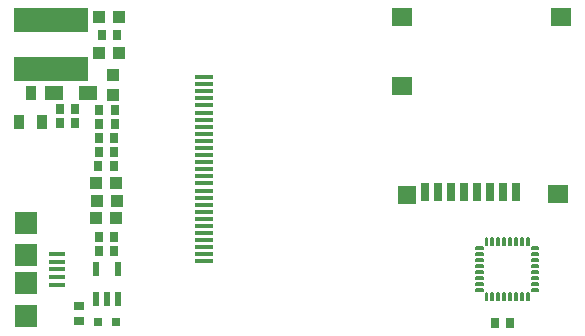
<source format=gtp>
G75*
G70*
%OFA0B0*%
%FSLAX24Y24*%
%IPPOS*%
%LPD*%
%AMOC8*
5,1,8,0,0,1.08239X$1,22.5*
%
%ADD10R,0.0315X0.0315*%
%ADD11R,0.0354X0.0276*%
%ADD12R,0.0551X0.0157*%
%ADD13R,0.0748X0.0748*%
%ADD14R,0.0591X0.0118*%
%ADD15R,0.0276X0.0354*%
%ADD16R,0.2480X0.0846*%
%ADD17R,0.0591X0.0472*%
%ADD18R,0.0354X0.0472*%
%ADD19R,0.0433X0.0394*%
%ADD20R,0.0394X0.0433*%
%ADD21R,0.0669X0.0591*%
%ADD22R,0.0315X0.0591*%
%ADD23R,0.0591X0.0591*%
%ADD24R,0.0217X0.0472*%
%ADD25C,0.0059*%
D10*
X003655Y001899D03*
X004245Y001899D03*
D11*
X002998Y001946D03*
X002998Y002457D03*
D12*
X002288Y003154D03*
X002288Y003409D03*
X002288Y003665D03*
X002288Y003921D03*
X002288Y004177D03*
D13*
X001245Y004138D03*
X001245Y003193D03*
X001245Y002110D03*
X001245Y005221D03*
D14*
X007182Y005109D03*
X007182Y005345D03*
X007182Y005582D03*
X007182Y005818D03*
X007182Y006054D03*
X007182Y006290D03*
X007182Y006526D03*
X007182Y006763D03*
X007182Y006999D03*
X007182Y007235D03*
X007182Y007471D03*
X007182Y007708D03*
X007182Y007944D03*
X007182Y008180D03*
X007182Y008416D03*
X007182Y008652D03*
X007182Y008889D03*
X007182Y009125D03*
X007182Y009361D03*
X007182Y009597D03*
X007182Y009834D03*
X007182Y010070D03*
X007182Y004873D03*
X007182Y004637D03*
X007182Y004401D03*
X007182Y004164D03*
X007182Y003928D03*
D15*
X004185Y004290D03*
X003673Y004290D03*
X003675Y004736D03*
X004187Y004736D03*
X004166Y007109D03*
X004177Y007568D03*
X003665Y007568D03*
X003654Y007109D03*
X003679Y008050D03*
X004191Y008050D03*
X004196Y008517D03*
X003684Y008517D03*
X003688Y008965D03*
X004200Y008965D03*
X002891Y009002D03*
X002380Y009002D03*
X002380Y008542D03*
X002891Y008542D03*
X003768Y011472D03*
X004280Y011472D03*
X016880Y001885D03*
X017392Y001885D03*
D16*
X002082Y010339D03*
X002082Y011973D03*
D17*
X002175Y009539D03*
X003316Y009539D03*
D18*
X001769Y008583D03*
X001021Y008583D03*
X001395Y009528D03*
D19*
X003661Y010872D03*
X004331Y010872D03*
X004345Y012058D03*
X003675Y012058D03*
X003575Y006535D03*
X004245Y006535D03*
X004264Y005956D03*
X003595Y005956D03*
X003591Y005367D03*
X004260Y005367D03*
D20*
X004149Y009459D03*
X004149Y010128D03*
D21*
X013770Y009764D03*
X013770Y012067D03*
X019085Y012067D03*
X018967Y006185D03*
D22*
X017569Y006256D03*
X017136Y006256D03*
X016703Y006256D03*
X016270Y006256D03*
X015837Y006256D03*
X015404Y006256D03*
X014971Y006256D03*
X014538Y006256D03*
D23*
X013929Y006143D03*
D24*
X004323Y003686D03*
X003575Y003686D03*
X003575Y002663D03*
X003949Y002663D03*
X004323Y002663D03*
D25*
X016248Y003015D02*
X016466Y003015D01*
X016466Y002955D01*
X016248Y002955D01*
X016248Y003015D01*
X016248Y003013D02*
X016466Y003013D01*
X016466Y003212D02*
X016248Y003212D01*
X016466Y003212D02*
X016466Y003152D01*
X016248Y003152D01*
X016248Y003212D01*
X016248Y003210D02*
X016466Y003210D01*
X016466Y003409D02*
X016248Y003409D01*
X016466Y003409D02*
X016466Y003349D01*
X016248Y003349D01*
X016248Y003409D01*
X016248Y003407D02*
X016466Y003407D01*
X016466Y003606D02*
X016248Y003606D01*
X016466Y003606D02*
X016466Y003546D01*
X016248Y003546D01*
X016248Y003606D01*
X016248Y003604D02*
X016466Y003604D01*
X016466Y003802D02*
X016248Y003802D01*
X016466Y003802D02*
X016466Y003742D01*
X016248Y003742D01*
X016248Y003802D01*
X016248Y003800D02*
X016466Y003800D01*
X016466Y003999D02*
X016248Y003999D01*
X016466Y003999D02*
X016466Y003939D01*
X016248Y003939D01*
X016248Y003999D01*
X016248Y003997D02*
X016466Y003997D01*
X016466Y004196D02*
X016248Y004196D01*
X016466Y004196D02*
X016466Y004136D01*
X016248Y004136D01*
X016248Y004196D01*
X016248Y004194D02*
X016466Y004194D01*
X016466Y004393D02*
X016248Y004393D01*
X016466Y004393D02*
X016466Y004333D01*
X016248Y004333D01*
X016248Y004393D01*
X016248Y004391D02*
X016466Y004391D01*
X016564Y004708D02*
X016624Y004708D01*
X016624Y004490D01*
X016564Y004490D01*
X016564Y004708D01*
X016564Y004548D02*
X016624Y004548D01*
X016624Y004606D02*
X016564Y004606D01*
X016564Y004664D02*
X016624Y004664D01*
X016760Y004708D02*
X016820Y004708D01*
X016820Y004490D01*
X016760Y004490D01*
X016760Y004708D01*
X016760Y004548D02*
X016820Y004548D01*
X016820Y004606D02*
X016760Y004606D01*
X016760Y004664D02*
X016820Y004664D01*
X016957Y004708D02*
X017017Y004708D01*
X017017Y004490D01*
X016957Y004490D01*
X016957Y004708D01*
X016957Y004548D02*
X017017Y004548D01*
X017017Y004606D02*
X016957Y004606D01*
X016957Y004664D02*
X017017Y004664D01*
X017154Y004708D02*
X017214Y004708D01*
X017214Y004490D01*
X017154Y004490D01*
X017154Y004708D01*
X017154Y004548D02*
X017214Y004548D01*
X017214Y004606D02*
X017154Y004606D01*
X017154Y004664D02*
X017214Y004664D01*
X017351Y004708D02*
X017411Y004708D01*
X017411Y004490D01*
X017351Y004490D01*
X017351Y004708D01*
X017351Y004548D02*
X017411Y004548D01*
X017411Y004606D02*
X017351Y004606D01*
X017351Y004664D02*
X017411Y004664D01*
X017548Y004708D02*
X017608Y004708D01*
X017608Y004490D01*
X017548Y004490D01*
X017548Y004708D01*
X017548Y004548D02*
X017608Y004548D01*
X017608Y004606D02*
X017548Y004606D01*
X017548Y004664D02*
X017608Y004664D01*
X017745Y004708D02*
X017805Y004708D01*
X017805Y004490D01*
X017745Y004490D01*
X017745Y004708D01*
X017745Y004548D02*
X017805Y004548D01*
X017805Y004606D02*
X017745Y004606D01*
X017745Y004664D02*
X017805Y004664D01*
X017942Y004708D02*
X018002Y004708D01*
X018002Y004490D01*
X017942Y004490D01*
X017942Y004708D01*
X017942Y004548D02*
X018002Y004548D01*
X018002Y004606D02*
X017942Y004606D01*
X017942Y004664D02*
X018002Y004664D01*
X018099Y004393D02*
X018317Y004393D01*
X018317Y004333D01*
X018099Y004333D01*
X018099Y004393D01*
X018099Y004391D02*
X018317Y004391D01*
X018317Y004196D02*
X018099Y004196D01*
X018317Y004196D02*
X018317Y004136D01*
X018099Y004136D01*
X018099Y004196D01*
X018099Y004194D02*
X018317Y004194D01*
X018317Y003999D02*
X018099Y003999D01*
X018317Y003999D02*
X018317Y003939D01*
X018099Y003939D01*
X018099Y003999D01*
X018099Y003997D02*
X018317Y003997D01*
X018317Y003802D02*
X018099Y003802D01*
X018317Y003802D02*
X018317Y003742D01*
X018099Y003742D01*
X018099Y003802D01*
X018099Y003800D02*
X018317Y003800D01*
X018317Y003606D02*
X018099Y003606D01*
X018317Y003606D02*
X018317Y003546D01*
X018099Y003546D01*
X018099Y003606D01*
X018099Y003604D02*
X018317Y003604D01*
X018317Y003409D02*
X018099Y003409D01*
X018317Y003409D02*
X018317Y003349D01*
X018099Y003349D01*
X018099Y003409D01*
X018099Y003407D02*
X018317Y003407D01*
X018317Y003212D02*
X018099Y003212D01*
X018317Y003212D02*
X018317Y003152D01*
X018099Y003152D01*
X018099Y003212D01*
X018099Y003210D02*
X018317Y003210D01*
X018317Y003015D02*
X018099Y003015D01*
X018317Y003015D02*
X018317Y002955D01*
X018099Y002955D01*
X018099Y003015D01*
X018099Y003013D02*
X018317Y003013D01*
X018002Y002858D02*
X017942Y002858D01*
X018002Y002858D02*
X018002Y002640D01*
X017942Y002640D01*
X017942Y002858D01*
X017942Y002698D02*
X018002Y002698D01*
X018002Y002756D02*
X017942Y002756D01*
X017942Y002814D02*
X018002Y002814D01*
X017805Y002858D02*
X017745Y002858D01*
X017805Y002858D02*
X017805Y002640D01*
X017745Y002640D01*
X017745Y002858D01*
X017745Y002698D02*
X017805Y002698D01*
X017805Y002756D02*
X017745Y002756D01*
X017745Y002814D02*
X017805Y002814D01*
X017608Y002858D02*
X017548Y002858D01*
X017608Y002858D02*
X017608Y002640D01*
X017548Y002640D01*
X017548Y002858D01*
X017548Y002698D02*
X017608Y002698D01*
X017608Y002756D02*
X017548Y002756D01*
X017548Y002814D02*
X017608Y002814D01*
X017411Y002858D02*
X017351Y002858D01*
X017411Y002858D02*
X017411Y002640D01*
X017351Y002640D01*
X017351Y002858D01*
X017351Y002698D02*
X017411Y002698D01*
X017411Y002756D02*
X017351Y002756D01*
X017351Y002814D02*
X017411Y002814D01*
X017214Y002858D02*
X017154Y002858D01*
X017214Y002858D02*
X017214Y002640D01*
X017154Y002640D01*
X017154Y002858D01*
X017154Y002698D02*
X017214Y002698D01*
X017214Y002756D02*
X017154Y002756D01*
X017154Y002814D02*
X017214Y002814D01*
X017017Y002858D02*
X016957Y002858D01*
X017017Y002858D02*
X017017Y002640D01*
X016957Y002640D01*
X016957Y002858D01*
X016957Y002698D02*
X017017Y002698D01*
X017017Y002756D02*
X016957Y002756D01*
X016957Y002814D02*
X017017Y002814D01*
X016820Y002858D02*
X016760Y002858D01*
X016820Y002858D02*
X016820Y002640D01*
X016760Y002640D01*
X016760Y002858D01*
X016760Y002698D02*
X016820Y002698D01*
X016820Y002756D02*
X016760Y002756D01*
X016760Y002814D02*
X016820Y002814D01*
X016624Y002858D02*
X016564Y002858D01*
X016624Y002858D02*
X016624Y002640D01*
X016564Y002640D01*
X016564Y002858D01*
X016564Y002698D02*
X016624Y002698D01*
X016624Y002756D02*
X016564Y002756D01*
X016564Y002814D02*
X016624Y002814D01*
M02*

</source>
